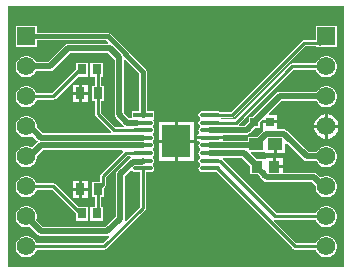
<source format=gbr>
%FSTAX23Y23*%
%MOIN*%
%SFA1B1*%

%IPPOS*%
%AMD16*
4,1,8,0.025100,0.007500,-0.025100,0.007500,-0.032600,0.000000,-0.032600,0.000000,-0.025100,-0.007500,0.025100,-0.007500,0.032600,0.000000,0.032600,0.000000,0.025100,0.007500,0.0*
1,1,0.015000,0.025100,0.000000*
1,1,0.015000,-0.025100,0.000000*
1,1,0.015000,-0.025100,0.000000*
1,1,0.015000,0.025100,0.000000*
%
%ADD12C,0.010000*%
%ADD14R,0.031500X0.037400*%
%ADD15R,0.031500X0.039370*%
G04~CAMADD=16~8~0.0~0.0~651.7~149.9~75.0~0.0~15~0.0~0.0~0.0~0.0~0~0.0~0.0~0.0~0.0~0~0.0~0.0~0.0~0.0~651.7~149.9*
%ADD16D16*%
%ADD17R,0.065170X0.014990*%
%ADD18R,0.037400X0.041340*%
%ADD19R,0.025590X0.027560*%
%ADD20R,0.047580X0.039850*%
%ADD23R,0.096850X0.109060*%
%ADD25C,0.061810*%
%ADD26R,0.061810X0.061810*%
%ADD27C,0.020000*%
%ADD28C,0.015000*%
%LNdrv8833_dev_copper_signal_top-1*%
%LPD*%
G36*
X0112Y0D02*
X0D01*
Y0087*
X0112*
Y0*
G37*
%LNdrv8833_dev_copper_signal_top-2*%
%LPC*%
G36*
X01095Y00805D02*
X01024D01*
Y00759*
X00986*
X00982Y00758*
X00979Y00756*
X00742Y00519*
X00703*
X00701Y00521*
X00696Y00522*
X00646*
X00641Y00521*
X00637Y00518*
X00634Y00514*
X00633Y00509*
X00634Y00504*
X00637Y005*
X00638Y00499*
Y00493*
X00637Y00492*
X00634Y00488*
X00633Y00483*
X00634Y00479*
X00637Y00474*
X00638Y00474*
Y00468*
X00637Y00467*
X00634Y00463*
X00633Y00458*
X00634Y00453*
X00637Y00449*
Y00447*
X00633Y00445*
X00629Y00439*
X00629Y00437*
X00713*
X00713Y00438*
X00716Y00443*
X00794*
X008Y00444*
X00805Y00447*
X00823Y00466*
X00837*
Y00482*
X00845Y0049*
X00845Y0049*
X00895*
Y00508*
X0087*
X00869Y00513*
X0091Y00554*
X01027*
X01031Y00547*
X01037Y00541*
X01046Y00536*
X01055Y00534*
X01064*
X01073Y00536*
X01082Y00541*
X01088Y00547*
X01093Y00556*
X01095Y00565*
Y00574*
X01093Y00583*
X01088Y00592*
X01082Y00598*
X01073Y00603*
X01064Y00605*
X01055*
X01046Y00603*
X01037Y00598*
X01031Y00592*
X01027Y00585*
X00904*
X00898Y00584*
X00893Y0058*
X00816Y00503*
X00802*
Y00487*
X00788Y00473*
X0077*
X00768Y00478*
X00949Y00659*
X01025*
X01026Y00656*
X01031Y00647*
X01037Y00641*
X01046Y00636*
X01055Y00634*
X01064*
X01073Y00636*
X01082Y00641*
X01088Y00647*
X01093Y00656*
X01095Y00665*
Y00674*
X01093Y00683*
X01088Y00692*
X01082Y00698*
X01073Y00703*
X01064Y00705*
X01055*
X01046Y00703*
X01037Y00698*
X01031Y00692*
X01026Y00683*
X01025Y0068*
X00945*
X00941Y00679*
X00938Y00677*
X00755Y00494*
X0071*
X00708Y00496*
X0071Y00499*
X00746*
X0075Y005*
X00753Y00502*
X0099Y00738*
X01024*
Y00734*
X01037*
X01039Y00733*
X0104Y00734*
X01095*
Y00805*
G37*
G36*
X00266Y00609D02*
X00245D01*
Y00585*
X00266*
Y00609*
G37*
G36*
X00235D02*
X00214D01*
Y00585*
X00235*
Y00609*
G37*
G36*
X00266Y00683D02*
X00224D01*
Y00658*
X00146Y0058*
X00094*
X00093Y00583*
X00088Y00592*
X00082Y00598*
X00073Y00603*
X00064Y00605*
X00055*
X00046Y00603*
X00037Y00598*
X00031Y00592*
X00026Y00583*
X00024Y00574*
Y00565*
X00026Y00556*
X00031Y00547*
X00037Y00541*
X00046Y00536*
X00055Y00534*
X00064*
X00073Y00536*
X00082Y00541*
X00088Y00547*
X00093Y00556*
X00094Y00559*
X0015*
X00154Y0056*
X00157Y00562*
X00231Y00636*
X00266*
Y00683*
G37*
G36*
X00266Y00575D02*
X00245D01*
Y0055*
X00266*
Y00575*
G37*
G36*
X00235D02*
X00214D01*
Y0055*
X00235*
Y00575*
G37*
G36*
X01065Y0051D02*
X01065D01*
Y00475*
X011*
Y00475*
X01098Y00485*
X01092Y00495*
X01085Y00502*
X01075Y00508*
X01065Y0051*
G37*
G36*
X01055D02*
X01054D01*
X01044Y00508*
X01034Y00502*
X01027Y00495*
X01021Y00485*
X01019Y00475*
Y00475*
X01055*
Y0051*
G37*
G36*
X00095Y00805D02*
X00024D01*
Y00734*
X00095*
Y00757*
X00326*
X00333Y00749*
X00331Y00745*
X002*
X00194Y00744*
X00189Y0074*
X00133Y00685*
X00092*
X00088Y00692*
X00082Y00698*
X00073Y00703*
X00064Y00705*
X00055*
X00046Y00703*
X00037Y00698*
X00031Y00692*
X00026Y00683*
X00024Y00674*
Y00665*
X00026Y00656*
X00031Y00647*
X00037Y00641*
X00046Y00636*
X00055Y00634*
X00064*
X00073Y00636*
X00082Y00641*
X00088Y00647*
X00092Y00654*
X0014*
X00145Y00655*
X0015Y00659*
X00206Y00714*
X00333*
X00354Y00693*
Y0068*
X00354Y00679*
Y00527*
Y0051*
X00355Y00504*
X00359Y00499*
X00384Y00473*
X00384Y00471*
X00383Y00468*
X00355*
X00308Y00515*
Y00555*
X0032*
Y00604*
X00308*
Y00636*
X00315*
Y00683*
X00273*
Y00636*
X00288*
Y00604*
X00278*
Y00555*
X00288*
Y00511*
X00289Y00507*
X00291Y00504*
X00342Y00453*
X0034Y00448*
X00114*
X00095Y00467*
Y00474*
X00093Y00483*
X00088Y00492*
X00082Y00498*
X00073Y00503*
X00064Y00505*
X00055*
X00046Y00503*
X00037Y00498*
X00031Y00492*
X00026Y00483*
X00024Y00474*
Y00465*
X00026Y00456*
X00031Y00447*
X00037Y00441*
X00046Y00436*
X00055Y00434*
X00064*
X00073Y00436*
X00079Y00439*
X00096Y00423*
X00097Y0042*
X00096Y00416*
X00079Y004*
X00073Y00403*
X00064Y00405*
X00055*
X00046Y00403*
X00037Y00398*
X00031Y00392*
X00026Y00383*
X00024Y00374*
Y00365*
X00026Y00356*
X00031Y00347*
X00037Y00341*
X00046Y00336*
X00055Y00334*
X00064*
X00073Y00336*
X00082Y00341*
X00088Y00347*
X00093Y00356*
X00095Y00365*
Y00372*
X00114Y00391*
X0038*
X00382Y00386*
X00307Y00311*
X00304Y00308*
X00304Y00304*
Y00284*
X00278*
Y00235*
X00288*
Y00203*
X00273*
Y00156*
X00315*
Y00203*
X00308*
Y00235*
X0032*
Y00266*
X00321Y00267*
X00323Y0027*
X00324Y00274*
Y003*
X00395Y00371*
X00405*
X00407Y00366*
X00404Y00364*
X00361Y00321*
X00358Y00316*
X00357Y00311*
Y00168*
X00323Y00135*
X00116*
X00093Y00157*
X00095Y00165*
Y00174*
X00093Y00183*
X00088Y00192*
X00082Y00198*
X00073Y00203*
X00064Y00205*
X00055*
X00046Y00203*
X00037Y00198*
X00031Y00192*
X00026Y00183*
X00024Y00174*
Y00165*
X00026Y00156*
X00031Y00147*
X00037Y00141*
X00046Y00136*
X00055Y00134*
X00064*
X00072Y00136*
X00099Y00109*
X00104Y00105*
X0011Y00104*
X0033*
X00334Y00105*
X00336Y001*
X00315Y0008*
X00094*
X00093Y00083*
X00088Y00092*
X00082Y00098*
X00073Y00103*
X00064Y00105*
X00055*
X00046Y00103*
X00037Y00098*
X00031Y00092*
X00026Y00083*
X00024Y00074*
Y00065*
X00026Y00056*
X00031Y00047*
X00037Y00041*
X00046Y00036*
X00055Y00034*
X00064*
X00073Y00036*
X00082Y00041*
X00088Y00047*
X00093Y00056*
X00094Y00059*
X0032*
X00323Y0006*
X00327Y00062*
X00455Y00191*
X00458Y00194*
X00458Y00198*
Y00317*
X00473*
X00478Y00318*
X00482Y00321*
X00485Y00325*
X00486Y0033*
X00485Y00335*
X00482Y00339*
X00481Y0034*
Y00346*
X00482Y00347*
X00485Y00351*
X00486Y00356*
X00485Y0036*
X00482Y00365*
X00481Y00365*
Y00371*
X00482Y00372*
X00485Y00376*
X00486Y00381*
X00485Y00386*
X00482Y0039*
X00481Y00391*
Y00397*
X00482Y00398*
X00485Y00402*
X00486Y00407*
X00485Y00412*
X00482Y00416*
X00481Y00416*
Y00423*
X00482Y00423*
X00485Y00427*
X00486Y00432*
X00485Y00437*
X00482Y00441*
X00481Y00442*
Y00448*
X00482Y00449*
X00485Y00453*
X00486Y00458*
X00485Y00463*
X00482Y00467*
X00481Y00468*
Y00474*
X00482Y00474*
X00485Y00479*
X00486Y00483*
X00485Y00488*
X00483Y00492*
X00484Y00495*
X00485Y00497*
X00486*
Y00522*
X00461*
Y00652*
X0046Y00657*
X00457Y00661*
X0034Y00779*
X00336Y00781*
X00331Y00782*
X00095*
Y00805*
G37*
G36*
X011Y00465D02*
X01065D01*
Y00429*
X01065*
X01075Y00431*
X01085Y00437*
X01092Y00444*
X01098Y00454*
X011Y00464*
Y00465*
G37*
G36*
X01055D02*
X01019D01*
Y00464*
X01021Y00454*
X01027Y00444*
X01034Y00437*
X01044Y00431*
X01054Y00429*
X01055*
Y00465*
G37*
G36*
X00618Y00484D02*
X00565D01*
Y00425*
X00618*
Y00484*
G37*
G36*
X00555D02*
X00501D01*
Y00425*
X00555*
Y00484*
G37*
G36*
X00895Y0048D02*
X0085D01*
Y00461*
X0085Y00456*
X00849Y00455*
X00829Y00436*
X00828Y00434*
X00798*
Y00423*
X00716*
X00714Y00427*
X00629*
X00629Y00425*
X00633Y0042*
X00637Y00417*
Y00416*
X00634Y00412*
X00633Y00407*
X00634Y00402*
X00637Y00398*
X00638Y00397*
Y00391*
X00637Y0039*
X00634Y00386*
X00633Y00381*
X00634Y00376*
X00637Y00372*
X00638Y00371*
Y00365*
X00637Y00365*
X00634Y0036*
X00633Y00356*
X00634Y00351*
X00637Y00347*
X00638Y00346*
Y0034*
X00637Y00339*
X00634Y00335*
X00633Y0033*
X00634Y00325*
X00637Y00321*
X00641Y00318*
X00646Y00317*
X00694*
X00949Y00062*
X00952Y0006*
X00956Y00059*
X01025*
X01026Y00056*
X01031Y00047*
X01037Y00041*
X01046Y00036*
X01055Y00034*
X01064*
X01073Y00036*
X01082Y00041*
X01088Y00047*
X01093Y00056*
X01095Y00065*
Y00074*
X01093Y00083*
X01088Y00092*
X01082Y00098*
X01073Y00103*
X01064Y00105*
X01055*
X01046Y00103*
X01037Y00098*
X01031Y00092*
X01026Y00083*
X01025Y0008*
X0096*
X00885Y00155*
X00888Y0016*
X0089Y00159*
X01025*
X01026Y00156*
X01031Y00147*
X01037Y00141*
X01046Y00136*
X01055Y00134*
X01064*
X01073Y00136*
X01082Y00141*
X01088Y00147*
X01093Y00156*
X01095Y00165*
Y00174*
X01093Y00183*
X01088Y00192*
X01082Y00198*
X01073Y00203*
X01064Y00205*
X01055*
X01046Y00203*
X01037Y00198*
X01031Y00192*
X01026Y00183*
X01025Y0018*
X00894*
X00713Y00361*
X00714Y00365*
X00715Y00366*
X00779*
X00805Y00339*
Y0031*
X00831*
X00838Y00303*
X00841Y00298*
X0085Y00289*
X00855Y00285*
X00861Y00284*
X01012*
X01024Y00272*
Y00265*
X01026Y00256*
X01031Y00247*
X01037Y00241*
X01046Y00236*
X01055Y00234*
X01064*
X01073Y00236*
X01082Y00241*
X01088Y00247*
X01093Y00256*
X01095Y00265*
Y00274*
X01093Y00283*
X01088Y00292*
X01082Y00298*
X01073Y00303*
X01064Y00305*
X01055*
X01046Y00303*
X0104Y003*
X01029Y0031*
X01024Y00314*
X01018Y00315*
X00915*
Y0033*
X00886*
Y00335*
X00881*
Y00366*
X00857*
Y00362*
X00853Y00361*
X00827*
X00808Y0038*
X0081Y00385*
X00855*
X00856Y0038*
Y0038*
X00885*
Y0041*
X00895*
Y0038*
X00923*
Y00412*
X00928Y00414*
X00984Y00359*
X00989Y00355*
X00994Y00354*
X01027*
X01031Y00347*
X01037Y00341*
X01046Y00336*
X01055Y00334*
X01064*
X01073Y00336*
X01082Y00341*
X01088Y00347*
X01093Y00356*
X01095Y00365*
Y00374*
X01093Y00383*
X01088Y00392*
X01082Y00398*
X01073Y00403*
X01064Y00405*
X01055*
X01046Y00403*
X01037Y00398*
X01031Y00392*
X01027Y00385*
X01001*
X0093Y00455*
X00925Y00459*
X0092Y0046*
X009*
X00895Y00461*
Y0048*
G37*
G36*
X00618Y00415D02*
X00565D01*
Y00355*
X00618*
Y00415*
G37*
G36*
X00555D02*
X00501D01*
Y00355*
X00555*
Y00415*
G37*
G36*
X00915Y00366D02*
X00891D01*
Y0034*
X00915*
Y00366*
G37*
G36*
X00266Y00289D02*
X00245D01*
Y00265*
X00266*
Y00289*
G37*
G36*
X00235D02*
X00214D01*
Y00265*
X00235*
Y00289*
G37*
G36*
X00266Y00255D02*
X00245D01*
Y0023*
X00266*
Y00255*
G37*
G36*
X00235D02*
X00214D01*
Y0023*
X00235*
Y00255*
G37*
G36*
X00064Y00305D02*
X00055D01*
X00046Y00303*
X00037Y00298*
X00031Y00292*
X00026Y00283*
X00024Y00274*
Y00265*
X00026Y00256*
X00031Y00247*
X00037Y00241*
X00046Y00236*
X00055Y00234*
X00064*
X00073Y00236*
X00082Y00241*
X00088Y00247*
X00093Y00256*
X00094Y00259*
X00146*
X00224Y00181*
Y00156*
X00266*
Y00203*
X00231*
X00157Y00277*
X00154Y00279*
X0015Y0028*
X00094*
X00093Y00283*
X00088Y00292*
X00082Y00298*
X00073Y00303*
X00064Y00305*
G37*
%LNdrv8833_dev_copper_signal_top-3*%
%LPD*%
G36*
X00436Y00647D02*
Y00522D01*
X00411*
Y00499*
X00402*
X00385Y00516*
Y00527*
Y0068*
X00385Y00681*
Y00691*
X00389Y00693*
X00436Y00647*
G37*
G36*
X00413Y00323D02*
X00414Y00321D01*
X00418Y00318*
X00423Y00317*
X00438*
Y00202*
X00391Y00155*
X00386Y00158*
X00387Y00162*
Y00304*
X00407Y00324*
X00413Y00323*
G37*
G54D12*
X00746Y00509D02*
X00986Y00749D01*
X00671Y00509D02*
X00746D01*
X00986Y00749D02*
X01039D01*
X00945Y0067D02*
X0106D01*
X00759Y00483D02*
X00945Y0067D01*
X00671Y00483D02*
X00759D01*
X00299Y0026D02*
X00314Y00274D01*
Y00304*
X00298Y0026D02*
X00299D01*
X00391Y00381D02*
X00448D01*
X00314Y00304D02*
X00391Y00381D01*
X00429Y00483D02*
X00429Y00484D01*
X00369Y0068D02*
X0037Y0068D01*
X0006Y0027D02*
X0015D01*
X0024Y0018*
X00241*
X00298D02*
Y0026D01*
X0024Y0066D02*
X00241D01*
X0006Y0057D02*
X0015D01*
X0024Y0066*
X00298Y0058D02*
Y0066D01*
Y00511D02*
Y0058D01*
X00351Y00458D02*
X00448D01*
X00298Y00511D02*
X00351Y00458D01*
X00672Y00355D02*
X00704D01*
X00671Y00356D02*
X00672Y00355D01*
X00704D02*
X0089Y0017D01*
X00696Y0033D02*
X00956Y0007D01*
X0106*
X00671Y0033D02*
X00696D01*
X0089Y0017D02*
X0106D01*
X0032Y0007D02*
X00448Y00198D01*
Y0033*
X0006Y0007D02*
X0032D01*
G54D14*
X00294Y0018D03*
X00245D03*
X00294Y0066D03*
X00245D03*
G54D15*
X00299Y0026D03*
X0024D03*
X00299Y0058D03*
X0024D03*
G54D16*
X00671Y00509D03*
Y00483D03*
Y00458D03*
Y00432D03*
Y00407D03*
Y00381D03*
Y00356D03*
Y0033D03*
X00448D03*
Y00356D03*
Y00381D03*
Y00407D03*
Y00432D03*
Y00458D03*
Y00483D03*
G54D17*
X00448Y00509D03*
G54D18*
X00886Y00335D03*
X00829D03*
G54D19*
X00873Y00485D03*
X0082D03*
G54D20*
X00826Y0041D03*
X0089D03*
G54D23*
X0056Y0042D03*
G54D25*
X0106Y0007D03*
Y0017D03*
Y0027D03*
Y0037D03*
Y0047D03*
Y0057D03*
Y0067D03*
X0006Y0007D03*
Y0017D03*
Y0027D03*
Y0037D03*
Y0047D03*
Y0057D03*
Y0067D03*
G54D26*
X0106Y0077D03*
X0006D03*
G54D27*
X0082Y00485D02*
X00904Y0057D01*
X0106*
X0082Y00485D02*
Y00485D01*
X00794Y00458D02*
X0082Y00484D01*
Y00485*
X00829Y00333D02*
X00852Y0031D01*
Y00309D02*
Y0031D01*
Y00309D02*
X00861Y003D01*
X01018*
X01048Y0027*
X00829Y00333D02*
Y00335D01*
X01048Y0027D02*
X0106D01*
X00829Y00335D02*
Y00337D01*
X00785Y00381D02*
X00829Y00337D01*
X00671Y00381D02*
X00785D01*
X01039Y00749D02*
X0106Y0077D01*
X00671Y00458D02*
X00794D01*
X00826Y0041D02*
X0083D01*
X0084Y00419*
Y00425*
X0086Y00444*
X0092*
X00994Y0037*
X0106*
X00672Y00408D02*
X00825D01*
X00826Y0041*
X0011Y0012D02*
X0033D01*
X0006Y0017D02*
X0011Y0012D01*
X0033D02*
X00372Y00162D01*
Y00311*
X00414Y00353*
X00446*
X00448Y00356*
X00071Y0037D02*
X00108Y00407D01*
X00448*
X0006Y0037D02*
X00071D01*
X0006Y0047D02*
X00071D01*
X00108Y00432D02*
X00448D01*
X00071Y0047D02*
X00108Y00432D01*
X00396Y00483D02*
X00429D01*
X0037Y0051D02*
X00396Y00483D01*
X0037Y0051D02*
Y00527D01*
X0006Y0067D02*
X0014D01*
X002Y0073*
X00339*
X00369Y007*
Y0068D02*
Y007D01*
X0037Y00527D02*
Y0068D01*
G54D28*
X0006Y0077D02*
X00331D01*
X00448Y00652*
Y00509D02*
Y00652D01*
M02*
</source>
